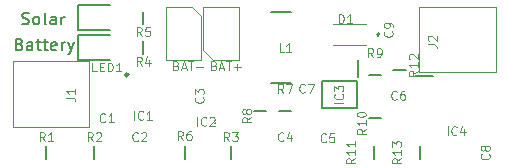
<source format=gbr>
%TF.GenerationSoftware,KiCad,Pcbnew,(5.1.12-1-g0a0a2da680)-1*%
%TF.CreationDate,2021-11-30T19:19:06+01:00*%
%TF.ProjectId,SolarCharger,536f6c61-7243-4686-9172-6765722e6b69,rev?*%
%TF.SameCoordinates,Original*%
%TF.FileFunction,Legend,Top*%
%TF.FilePolarity,Positive*%
%FSLAX46Y46*%
G04 Gerber Fmt 4.6, Leading zero omitted, Abs format (unit mm)*
G04 Created by KiCad (PCBNEW (5.1.12-1-g0a0a2da680)-1) date 2021-11-30 19:19:06*
%MOMM*%
%LPD*%
G01*
G04 APERTURE LIST*
%ADD10C,0.125000*%
%ADD11C,0.150000*%
%ADD12C,0.200000*%
%ADD13C,0.100000*%
%ADD14C,0.250000*%
%ADD15C,0.120000*%
G04 APERTURE END LIST*
D10*
X93082142Y-46346428D02*
X93189285Y-46382142D01*
X93225000Y-46417857D01*
X93260714Y-46489285D01*
X93260714Y-46596428D01*
X93225000Y-46667857D01*
X93189285Y-46703571D01*
X93117857Y-46739285D01*
X92832142Y-46739285D01*
X92832142Y-45989285D01*
X93082142Y-45989285D01*
X93153571Y-46025000D01*
X93189285Y-46060714D01*
X93225000Y-46132142D01*
X93225000Y-46203571D01*
X93189285Y-46275000D01*
X93153571Y-46310714D01*
X93082142Y-46346428D01*
X92832142Y-46346428D01*
X93546428Y-46525000D02*
X93903571Y-46525000D01*
X93475000Y-46739285D02*
X93725000Y-45989285D01*
X93975000Y-46739285D01*
X94117857Y-45989285D02*
X94546428Y-45989285D01*
X94332142Y-46739285D02*
X94332142Y-45989285D01*
X94796428Y-46453571D02*
X95367857Y-46453571D01*
X96282142Y-46346428D02*
X96389285Y-46382142D01*
X96425000Y-46417857D01*
X96460714Y-46489285D01*
X96460714Y-46596428D01*
X96425000Y-46667857D01*
X96389285Y-46703571D01*
X96317857Y-46739285D01*
X96032142Y-46739285D01*
X96032142Y-45989285D01*
X96282142Y-45989285D01*
X96353571Y-46025000D01*
X96389285Y-46060714D01*
X96425000Y-46132142D01*
X96425000Y-46203571D01*
X96389285Y-46275000D01*
X96353571Y-46310714D01*
X96282142Y-46346428D01*
X96032142Y-46346428D01*
X96746428Y-46525000D02*
X97103571Y-46525000D01*
X96675000Y-46739285D02*
X96925000Y-45989285D01*
X97175000Y-46739285D01*
X97317857Y-45989285D02*
X97746428Y-45989285D01*
X97532142Y-46739285D02*
X97532142Y-45989285D01*
X97996428Y-46453571D02*
X98567857Y-46453571D01*
X98282142Y-46739285D02*
X98282142Y-46167857D01*
D11*
X80038095Y-42804761D02*
X80180952Y-42852380D01*
X80419047Y-42852380D01*
X80514285Y-42804761D01*
X80561904Y-42757142D01*
X80609523Y-42661904D01*
X80609523Y-42566666D01*
X80561904Y-42471428D01*
X80514285Y-42423809D01*
X80419047Y-42376190D01*
X80228571Y-42328571D01*
X80133333Y-42280952D01*
X80085714Y-42233333D01*
X80038095Y-42138095D01*
X80038095Y-42042857D01*
X80085714Y-41947619D01*
X80133333Y-41900000D01*
X80228571Y-41852380D01*
X80466666Y-41852380D01*
X80609523Y-41900000D01*
X81180952Y-42852380D02*
X81085714Y-42804761D01*
X81038095Y-42757142D01*
X80990476Y-42661904D01*
X80990476Y-42376190D01*
X81038095Y-42280952D01*
X81085714Y-42233333D01*
X81180952Y-42185714D01*
X81323809Y-42185714D01*
X81419047Y-42233333D01*
X81466666Y-42280952D01*
X81514285Y-42376190D01*
X81514285Y-42661904D01*
X81466666Y-42757142D01*
X81419047Y-42804761D01*
X81323809Y-42852380D01*
X81180952Y-42852380D01*
X82085714Y-42852380D02*
X81990476Y-42804761D01*
X81942857Y-42709523D01*
X81942857Y-41852380D01*
X82895238Y-42852380D02*
X82895238Y-42328571D01*
X82847619Y-42233333D01*
X82752380Y-42185714D01*
X82561904Y-42185714D01*
X82466666Y-42233333D01*
X82895238Y-42804761D02*
X82800000Y-42852380D01*
X82561904Y-42852380D01*
X82466666Y-42804761D01*
X82419047Y-42709523D01*
X82419047Y-42614285D01*
X82466666Y-42519047D01*
X82561904Y-42471428D01*
X82800000Y-42471428D01*
X82895238Y-42423809D01*
X83371428Y-42852380D02*
X83371428Y-42185714D01*
X83371428Y-42376190D02*
X83419047Y-42280952D01*
X83466666Y-42233333D01*
X83561904Y-42185714D01*
X83657142Y-42185714D01*
X79828571Y-44528571D02*
X79971428Y-44576190D01*
X80019047Y-44623809D01*
X80066666Y-44719047D01*
X80066666Y-44861904D01*
X80019047Y-44957142D01*
X79971428Y-45004761D01*
X79876190Y-45052380D01*
X79495238Y-45052380D01*
X79495238Y-44052380D01*
X79828571Y-44052380D01*
X79923809Y-44100000D01*
X79971428Y-44147619D01*
X80019047Y-44242857D01*
X80019047Y-44338095D01*
X79971428Y-44433333D01*
X79923809Y-44480952D01*
X79828571Y-44528571D01*
X79495238Y-44528571D01*
X80923809Y-45052380D02*
X80923809Y-44528571D01*
X80876190Y-44433333D01*
X80780952Y-44385714D01*
X80590476Y-44385714D01*
X80495238Y-44433333D01*
X80923809Y-45004761D02*
X80828571Y-45052380D01*
X80590476Y-45052380D01*
X80495238Y-45004761D01*
X80447619Y-44909523D01*
X80447619Y-44814285D01*
X80495238Y-44719047D01*
X80590476Y-44671428D01*
X80828571Y-44671428D01*
X80923809Y-44623809D01*
X81257142Y-44385714D02*
X81638095Y-44385714D01*
X81400000Y-44052380D02*
X81400000Y-44909523D01*
X81447619Y-45004761D01*
X81542857Y-45052380D01*
X81638095Y-45052380D01*
X81828571Y-44385714D02*
X82209523Y-44385714D01*
X81971428Y-44052380D02*
X81971428Y-44909523D01*
X82019047Y-45004761D01*
X82114285Y-45052380D01*
X82209523Y-45052380D01*
X82923809Y-45004761D02*
X82828571Y-45052380D01*
X82638095Y-45052380D01*
X82542857Y-45004761D01*
X82495238Y-44909523D01*
X82495238Y-44528571D01*
X82542857Y-44433333D01*
X82638095Y-44385714D01*
X82828571Y-44385714D01*
X82923809Y-44433333D01*
X82971428Y-44528571D01*
X82971428Y-44623809D01*
X82495238Y-44719047D01*
X83400000Y-45052380D02*
X83400000Y-44385714D01*
X83400000Y-44576190D02*
X83447619Y-44480952D01*
X83495238Y-44433333D01*
X83590476Y-44385714D01*
X83685714Y-44385714D01*
X83923809Y-44385714D02*
X84161904Y-45052380D01*
X84400000Y-44385714D02*
X84161904Y-45052380D01*
X84066666Y-45290476D01*
X84019047Y-45338095D01*
X83923809Y-45385714D01*
D12*
%TO.C,R13*%
X113700000Y-54225000D02*
X113700000Y-53175000D01*
%TO.C,R12*%
X112525000Y-46700000D02*
X111475000Y-46700000D01*
%TO.C,R11*%
X109800000Y-53175000D02*
X109800000Y-54225000D01*
%TO.C,R10*%
X109375000Y-50800000D02*
X110425000Y-50800000D01*
%TO.C,R9*%
X110425000Y-47150000D02*
X109375000Y-47150000D01*
%TO.C,R8*%
X100725000Y-50150000D02*
X99675000Y-50150000D01*
%TO.C,R7*%
X102825000Y-50150000D02*
X101775000Y-50150000D01*
%TO.C,R6*%
X93800000Y-54225000D02*
X93800000Y-53175000D01*
%TO.C,R5*%
X90300000Y-42825000D02*
X90300000Y-41775000D01*
%TO.C,R4*%
X90300000Y-45325000D02*
X90300000Y-44275000D01*
%TO.C,R3*%
X97700000Y-54225000D02*
X97700000Y-53175000D01*
%TO.C,R2*%
X86160000Y-53175000D02*
X86160000Y-54225000D01*
%TO.C,R1*%
X82100000Y-53175000D02*
X82100000Y-54225000D01*
%TO.C,LED2*%
X84800000Y-43350000D02*
X87500000Y-43350000D01*
X84800000Y-41250000D02*
X84800000Y-43350000D01*
X87500000Y-41250000D02*
X84800000Y-41250000D01*
%TO.C,LED1*%
X84800000Y-45850000D02*
X87500000Y-45850000D01*
X84800000Y-43750000D02*
X84800000Y-45850000D01*
X87500000Y-43750000D02*
X84800000Y-43750000D01*
%TO.C,L1*%
X102850000Y-41800000D02*
X101150000Y-41800000D01*
X102850000Y-47800000D02*
X101150000Y-47800000D01*
D13*
%TO.C,J2*%
X120150000Y-46900000D02*
X113650000Y-46900000D01*
X120150000Y-41360000D02*
X120150000Y-46900000D01*
X113650000Y-41360000D02*
X120150000Y-41360000D01*
X113650000Y-46900000D02*
X113650000Y-41360000D01*
%TO.C,J1*%
X79250000Y-45960000D02*
X85750000Y-45960000D01*
X79250000Y-51500000D02*
X79250000Y-45960000D01*
X85750000Y-51500000D02*
X79250000Y-51500000D01*
X85750000Y-45960000D02*
X85750000Y-51500000D01*
D12*
%TO.C,IC4*%
X113325000Y-47220000D02*
X114850000Y-47220000D01*
%TO.C,IC3*%
X108450000Y-45900000D02*
X108450000Y-47300000D01*
X105400000Y-47650000D02*
X108400000Y-47650000D01*
X105400000Y-49950000D02*
X105400000Y-47650000D01*
X108400000Y-49950000D02*
X105400000Y-49950000D01*
X108400000Y-47650000D02*
X108400000Y-49950000D01*
D13*
%TO.C,IC2*%
X96350000Y-51230000D02*
X96350000Y-51230000D01*
X96350000Y-51130000D02*
X96350000Y-51130000D01*
X96350000Y-51130000D02*
G75*
G02*
X96350000Y-51230000I0J-50000D01*
G01*
X96350000Y-51230000D02*
G75*
G02*
X96350000Y-51130000I0J50000D01*
G01*
D14*
%TO.C,IC1*%
X89025000Y-47117500D02*
G75*
G03*
X89025000Y-47117500I-125000J0D01*
G01*
D15*
%TO.C,H2*%
X92200000Y-41350000D02*
X94400000Y-41350000D01*
X92200000Y-45850000D02*
X92200000Y-41350000D01*
X95200000Y-45850000D02*
X92200000Y-45850000D01*
X95200000Y-42150000D02*
X95200000Y-45850000D01*
X94400000Y-41350000D02*
X95200000Y-42150000D01*
%TO.C,H1*%
X98400000Y-45850000D02*
X96200000Y-45850000D01*
X98400000Y-41350000D02*
X98400000Y-45850000D01*
X95400000Y-41350000D02*
X98400000Y-41350000D01*
X95400000Y-45050000D02*
X95400000Y-41350000D01*
X96200000Y-45850000D02*
X95400000Y-45050000D01*
D12*
%TO.C,D1*%
X110200000Y-43600000D02*
X110200000Y-43600000D01*
X110200000Y-43800000D02*
X110200000Y-43800000D01*
D13*
X109200000Y-42800000D02*
X106400000Y-42800000D01*
X109200000Y-44600000D02*
X106400000Y-44600000D01*
D12*
X110200000Y-43800000D02*
G75*
G03*
X110200000Y-43600000I0J100000D01*
G01*
X110200000Y-43600000D02*
G75*
G03*
X110200000Y-43800000I0J-100000D01*
G01*
%TO.C,R13*%
D10*
X112139285Y-54182142D02*
X111782142Y-54432142D01*
X112139285Y-54610714D02*
X111389285Y-54610714D01*
X111389285Y-54325000D01*
X111425000Y-54253571D01*
X111460714Y-54217857D01*
X111532142Y-54182142D01*
X111639285Y-54182142D01*
X111710714Y-54217857D01*
X111746428Y-54253571D01*
X111782142Y-54325000D01*
X111782142Y-54610714D01*
X112139285Y-53467857D02*
X112139285Y-53896428D01*
X112139285Y-53682142D02*
X111389285Y-53682142D01*
X111496428Y-53753571D01*
X111567857Y-53825000D01*
X111603571Y-53896428D01*
X111389285Y-53217857D02*
X111389285Y-52753571D01*
X111675000Y-53003571D01*
X111675000Y-52896428D01*
X111710714Y-52825000D01*
X111746428Y-52789285D01*
X111817857Y-52753571D01*
X111996428Y-52753571D01*
X112067857Y-52789285D01*
X112103571Y-52825000D01*
X112139285Y-52896428D01*
X112139285Y-53110714D01*
X112103571Y-53182142D01*
X112067857Y-53217857D01*
%TO.C,R12*%
X113539285Y-46782142D02*
X113182142Y-47032142D01*
X113539285Y-47210714D02*
X112789285Y-47210714D01*
X112789285Y-46925000D01*
X112825000Y-46853571D01*
X112860714Y-46817857D01*
X112932142Y-46782142D01*
X113039285Y-46782142D01*
X113110714Y-46817857D01*
X113146428Y-46853571D01*
X113182142Y-46925000D01*
X113182142Y-47210714D01*
X113539285Y-46067857D02*
X113539285Y-46496428D01*
X113539285Y-46282142D02*
X112789285Y-46282142D01*
X112896428Y-46353571D01*
X112967857Y-46425000D01*
X113003571Y-46496428D01*
X112860714Y-45782142D02*
X112825000Y-45746428D01*
X112789285Y-45675000D01*
X112789285Y-45496428D01*
X112825000Y-45425000D01*
X112860714Y-45389285D01*
X112932142Y-45353571D01*
X113003571Y-45353571D01*
X113110714Y-45389285D01*
X113539285Y-45817857D01*
X113539285Y-45353571D01*
%TO.C,R11*%
X108239285Y-54182142D02*
X107882142Y-54432142D01*
X108239285Y-54610714D02*
X107489285Y-54610714D01*
X107489285Y-54325000D01*
X107525000Y-54253571D01*
X107560714Y-54217857D01*
X107632142Y-54182142D01*
X107739285Y-54182142D01*
X107810714Y-54217857D01*
X107846428Y-54253571D01*
X107882142Y-54325000D01*
X107882142Y-54610714D01*
X108239285Y-53467857D02*
X108239285Y-53896428D01*
X108239285Y-53682142D02*
X107489285Y-53682142D01*
X107596428Y-53753571D01*
X107667857Y-53825000D01*
X107703571Y-53896428D01*
X108239285Y-52753571D02*
X108239285Y-53182142D01*
X108239285Y-52967857D02*
X107489285Y-52967857D01*
X107596428Y-53039285D01*
X107667857Y-53110714D01*
X107703571Y-53182142D01*
%TO.C,R10*%
X109139285Y-51682142D02*
X108782142Y-51932142D01*
X109139285Y-52110714D02*
X108389285Y-52110714D01*
X108389285Y-51825000D01*
X108425000Y-51753571D01*
X108460714Y-51717857D01*
X108532142Y-51682142D01*
X108639285Y-51682142D01*
X108710714Y-51717857D01*
X108746428Y-51753571D01*
X108782142Y-51825000D01*
X108782142Y-52110714D01*
X109139285Y-50967857D02*
X109139285Y-51396428D01*
X109139285Y-51182142D02*
X108389285Y-51182142D01*
X108496428Y-51253571D01*
X108567857Y-51325000D01*
X108603571Y-51396428D01*
X108389285Y-50503571D02*
X108389285Y-50432142D01*
X108425000Y-50360714D01*
X108460714Y-50325000D01*
X108532142Y-50289285D01*
X108675000Y-50253571D01*
X108853571Y-50253571D01*
X108996428Y-50289285D01*
X109067857Y-50325000D01*
X109103571Y-50360714D01*
X109139285Y-50432142D01*
X109139285Y-50503571D01*
X109103571Y-50575000D01*
X109067857Y-50610714D01*
X108996428Y-50646428D01*
X108853571Y-50682142D01*
X108675000Y-50682142D01*
X108532142Y-50646428D01*
X108460714Y-50610714D01*
X108425000Y-50575000D01*
X108389285Y-50503571D01*
%TO.C,R9*%
X109775000Y-45639285D02*
X109525000Y-45282142D01*
X109346428Y-45639285D02*
X109346428Y-44889285D01*
X109632142Y-44889285D01*
X109703571Y-44925000D01*
X109739285Y-44960714D01*
X109775000Y-45032142D01*
X109775000Y-45139285D01*
X109739285Y-45210714D01*
X109703571Y-45246428D01*
X109632142Y-45282142D01*
X109346428Y-45282142D01*
X110132142Y-45639285D02*
X110275000Y-45639285D01*
X110346428Y-45603571D01*
X110382142Y-45567857D01*
X110453571Y-45460714D01*
X110489285Y-45317857D01*
X110489285Y-45032142D01*
X110453571Y-44960714D01*
X110417857Y-44925000D01*
X110346428Y-44889285D01*
X110203571Y-44889285D01*
X110132142Y-44925000D01*
X110096428Y-44960714D01*
X110060714Y-45032142D01*
X110060714Y-45210714D01*
X110096428Y-45282142D01*
X110132142Y-45317857D01*
X110203571Y-45353571D01*
X110346428Y-45353571D01*
X110417857Y-45317857D01*
X110453571Y-45282142D01*
X110489285Y-45210714D01*
%TO.C,R8*%
X99439285Y-50725000D02*
X99082142Y-50975000D01*
X99439285Y-51153571D02*
X98689285Y-51153571D01*
X98689285Y-50867857D01*
X98725000Y-50796428D01*
X98760714Y-50760714D01*
X98832142Y-50725000D01*
X98939285Y-50725000D01*
X99010714Y-50760714D01*
X99046428Y-50796428D01*
X99082142Y-50867857D01*
X99082142Y-51153571D01*
X99010714Y-50296428D02*
X98975000Y-50367857D01*
X98939285Y-50403571D01*
X98867857Y-50439285D01*
X98832142Y-50439285D01*
X98760714Y-50403571D01*
X98725000Y-50367857D01*
X98689285Y-50296428D01*
X98689285Y-50153571D01*
X98725000Y-50082142D01*
X98760714Y-50046428D01*
X98832142Y-50010714D01*
X98867857Y-50010714D01*
X98939285Y-50046428D01*
X98975000Y-50082142D01*
X99010714Y-50153571D01*
X99010714Y-50296428D01*
X99046428Y-50367857D01*
X99082142Y-50403571D01*
X99153571Y-50439285D01*
X99296428Y-50439285D01*
X99367857Y-50403571D01*
X99403571Y-50367857D01*
X99439285Y-50296428D01*
X99439285Y-50153571D01*
X99403571Y-50082142D01*
X99367857Y-50046428D01*
X99296428Y-50010714D01*
X99153571Y-50010714D01*
X99082142Y-50046428D01*
X99046428Y-50082142D01*
X99010714Y-50153571D01*
%TO.C,R7*%
X102175000Y-48639285D02*
X101925000Y-48282142D01*
X101746428Y-48639285D02*
X101746428Y-47889285D01*
X102032142Y-47889285D01*
X102103571Y-47925000D01*
X102139285Y-47960714D01*
X102175000Y-48032142D01*
X102175000Y-48139285D01*
X102139285Y-48210714D01*
X102103571Y-48246428D01*
X102032142Y-48282142D01*
X101746428Y-48282142D01*
X102425000Y-47889285D02*
X102925000Y-47889285D01*
X102603571Y-48639285D01*
%TO.C,R6*%
X93675000Y-52639285D02*
X93425000Y-52282142D01*
X93246428Y-52639285D02*
X93246428Y-51889285D01*
X93532142Y-51889285D01*
X93603571Y-51925000D01*
X93639285Y-51960714D01*
X93675000Y-52032142D01*
X93675000Y-52139285D01*
X93639285Y-52210714D01*
X93603571Y-52246428D01*
X93532142Y-52282142D01*
X93246428Y-52282142D01*
X94317857Y-51889285D02*
X94175000Y-51889285D01*
X94103571Y-51925000D01*
X94067857Y-51960714D01*
X93996428Y-52067857D01*
X93960714Y-52210714D01*
X93960714Y-52496428D01*
X93996428Y-52567857D01*
X94032142Y-52603571D01*
X94103571Y-52639285D01*
X94246428Y-52639285D01*
X94317857Y-52603571D01*
X94353571Y-52567857D01*
X94389285Y-52496428D01*
X94389285Y-52317857D01*
X94353571Y-52246428D01*
X94317857Y-52210714D01*
X94246428Y-52175000D01*
X94103571Y-52175000D01*
X94032142Y-52210714D01*
X93996428Y-52246428D01*
X93960714Y-52317857D01*
%TO.C,R5*%
X90175000Y-43839285D02*
X89925000Y-43482142D01*
X89746428Y-43839285D02*
X89746428Y-43089285D01*
X90032142Y-43089285D01*
X90103571Y-43125000D01*
X90139285Y-43160714D01*
X90175000Y-43232142D01*
X90175000Y-43339285D01*
X90139285Y-43410714D01*
X90103571Y-43446428D01*
X90032142Y-43482142D01*
X89746428Y-43482142D01*
X90853571Y-43089285D02*
X90496428Y-43089285D01*
X90460714Y-43446428D01*
X90496428Y-43410714D01*
X90567857Y-43375000D01*
X90746428Y-43375000D01*
X90817857Y-43410714D01*
X90853571Y-43446428D01*
X90889285Y-43517857D01*
X90889285Y-43696428D01*
X90853571Y-43767857D01*
X90817857Y-43803571D01*
X90746428Y-43839285D01*
X90567857Y-43839285D01*
X90496428Y-43803571D01*
X90460714Y-43767857D01*
%TO.C,R4*%
X90175000Y-46339285D02*
X89925000Y-45982142D01*
X89746428Y-46339285D02*
X89746428Y-45589285D01*
X90032142Y-45589285D01*
X90103571Y-45625000D01*
X90139285Y-45660714D01*
X90175000Y-45732142D01*
X90175000Y-45839285D01*
X90139285Y-45910714D01*
X90103571Y-45946428D01*
X90032142Y-45982142D01*
X89746428Y-45982142D01*
X90817857Y-45839285D02*
X90817857Y-46339285D01*
X90639285Y-45553571D02*
X90460714Y-46089285D01*
X90925000Y-46089285D01*
%TO.C,R3*%
X97575000Y-52739285D02*
X97325000Y-52382142D01*
X97146428Y-52739285D02*
X97146428Y-51989285D01*
X97432142Y-51989285D01*
X97503571Y-52025000D01*
X97539285Y-52060714D01*
X97575000Y-52132142D01*
X97575000Y-52239285D01*
X97539285Y-52310714D01*
X97503571Y-52346428D01*
X97432142Y-52382142D01*
X97146428Y-52382142D01*
X97825000Y-51989285D02*
X98289285Y-51989285D01*
X98039285Y-52275000D01*
X98146428Y-52275000D01*
X98217857Y-52310714D01*
X98253571Y-52346428D01*
X98289285Y-52417857D01*
X98289285Y-52596428D01*
X98253571Y-52667857D01*
X98217857Y-52703571D01*
X98146428Y-52739285D01*
X97932142Y-52739285D01*
X97860714Y-52703571D01*
X97825000Y-52667857D01*
%TO.C,R2*%
X86035000Y-52739285D02*
X85785000Y-52382142D01*
X85606428Y-52739285D02*
X85606428Y-51989285D01*
X85892142Y-51989285D01*
X85963571Y-52025000D01*
X85999285Y-52060714D01*
X86035000Y-52132142D01*
X86035000Y-52239285D01*
X85999285Y-52310714D01*
X85963571Y-52346428D01*
X85892142Y-52382142D01*
X85606428Y-52382142D01*
X86320714Y-52060714D02*
X86356428Y-52025000D01*
X86427857Y-51989285D01*
X86606428Y-51989285D01*
X86677857Y-52025000D01*
X86713571Y-52060714D01*
X86749285Y-52132142D01*
X86749285Y-52203571D01*
X86713571Y-52310714D01*
X86285000Y-52739285D01*
X86749285Y-52739285D01*
%TO.C,R1*%
X81975000Y-52739285D02*
X81725000Y-52382142D01*
X81546428Y-52739285D02*
X81546428Y-51989285D01*
X81832142Y-51989285D01*
X81903571Y-52025000D01*
X81939285Y-52060714D01*
X81975000Y-52132142D01*
X81975000Y-52239285D01*
X81939285Y-52310714D01*
X81903571Y-52346428D01*
X81832142Y-52382142D01*
X81546428Y-52382142D01*
X82689285Y-52739285D02*
X82260714Y-52739285D01*
X82475000Y-52739285D02*
X82475000Y-51989285D01*
X82403571Y-52096428D01*
X82332142Y-52167857D01*
X82260714Y-52203571D01*
%TO.C,LED1*%
X86360714Y-46839285D02*
X86003571Y-46839285D01*
X86003571Y-46089285D01*
X86610714Y-46446428D02*
X86860714Y-46446428D01*
X86967857Y-46839285D02*
X86610714Y-46839285D01*
X86610714Y-46089285D01*
X86967857Y-46089285D01*
X87289285Y-46839285D02*
X87289285Y-46089285D01*
X87467857Y-46089285D01*
X87575000Y-46125000D01*
X87646428Y-46196428D01*
X87682142Y-46267857D01*
X87717857Y-46410714D01*
X87717857Y-46517857D01*
X87682142Y-46660714D01*
X87646428Y-46732142D01*
X87575000Y-46803571D01*
X87467857Y-46839285D01*
X87289285Y-46839285D01*
X88432142Y-46839285D02*
X88003571Y-46839285D01*
X88217857Y-46839285D02*
X88217857Y-46089285D01*
X88146428Y-46196428D01*
X88075000Y-46267857D01*
X88003571Y-46303571D01*
%TO.C,L1*%
X102202000Y-45176285D02*
X101844857Y-45176285D01*
X101844857Y-44426285D01*
X102844857Y-45176285D02*
X102416285Y-45176285D01*
X102630571Y-45176285D02*
X102630571Y-44426285D01*
X102559142Y-44533428D01*
X102487714Y-44604857D01*
X102416285Y-44640571D01*
%TO.C,J2*%
X114389285Y-44550000D02*
X114925000Y-44550000D01*
X115032142Y-44585714D01*
X115103571Y-44657142D01*
X115139285Y-44764285D01*
X115139285Y-44835714D01*
X114460714Y-44228571D02*
X114425000Y-44192857D01*
X114389285Y-44121428D01*
X114389285Y-43942857D01*
X114425000Y-43871428D01*
X114460714Y-43835714D01*
X114532142Y-43800000D01*
X114603571Y-43800000D01*
X114710714Y-43835714D01*
X115139285Y-44264285D01*
X115139285Y-43800000D01*
%TO.C,J1*%
X83789285Y-49050000D02*
X84325000Y-49050000D01*
X84432142Y-49085714D01*
X84503571Y-49157142D01*
X84539285Y-49264285D01*
X84539285Y-49335714D01*
X84539285Y-48300000D02*
X84539285Y-48728571D01*
X84539285Y-48514285D02*
X83789285Y-48514285D01*
X83896428Y-48585714D01*
X83967857Y-48657142D01*
X84003571Y-48728571D01*
%TO.C,IC4*%
X116067857Y-52239285D02*
X116067857Y-51489285D01*
X116853571Y-52167857D02*
X116817857Y-52203571D01*
X116710714Y-52239285D01*
X116639285Y-52239285D01*
X116532142Y-52203571D01*
X116460714Y-52132142D01*
X116425000Y-52060714D01*
X116389285Y-51917857D01*
X116389285Y-51810714D01*
X116425000Y-51667857D01*
X116460714Y-51596428D01*
X116532142Y-51525000D01*
X116639285Y-51489285D01*
X116710714Y-51489285D01*
X116817857Y-51525000D01*
X116853571Y-51560714D01*
X117496428Y-51739285D02*
X117496428Y-52239285D01*
X117317857Y-51453571D02*
X117139285Y-51989285D01*
X117603571Y-51989285D01*
%TO.C,IC3*%
X107239285Y-49532142D02*
X106489285Y-49532142D01*
X107167857Y-48746428D02*
X107203571Y-48782142D01*
X107239285Y-48889285D01*
X107239285Y-48960714D01*
X107203571Y-49067857D01*
X107132142Y-49139285D01*
X107060714Y-49175000D01*
X106917857Y-49210714D01*
X106810714Y-49210714D01*
X106667857Y-49175000D01*
X106596428Y-49139285D01*
X106525000Y-49067857D01*
X106489285Y-48960714D01*
X106489285Y-48889285D01*
X106525000Y-48782142D01*
X106560714Y-48746428D01*
X106489285Y-48496428D02*
X106489285Y-48032142D01*
X106775000Y-48282142D01*
X106775000Y-48175000D01*
X106810714Y-48103571D01*
X106846428Y-48067857D01*
X106917857Y-48032142D01*
X107096428Y-48032142D01*
X107167857Y-48067857D01*
X107203571Y-48103571D01*
X107239285Y-48175000D01*
X107239285Y-48389285D01*
X107203571Y-48460714D01*
X107167857Y-48496428D01*
%TO.C,IC2*%
X94867857Y-51439285D02*
X94867857Y-50689285D01*
X95653571Y-51367857D02*
X95617857Y-51403571D01*
X95510714Y-51439285D01*
X95439285Y-51439285D01*
X95332142Y-51403571D01*
X95260714Y-51332142D01*
X95225000Y-51260714D01*
X95189285Y-51117857D01*
X95189285Y-51010714D01*
X95225000Y-50867857D01*
X95260714Y-50796428D01*
X95332142Y-50725000D01*
X95439285Y-50689285D01*
X95510714Y-50689285D01*
X95617857Y-50725000D01*
X95653571Y-50760714D01*
X95939285Y-50760714D02*
X95975000Y-50725000D01*
X96046428Y-50689285D01*
X96225000Y-50689285D01*
X96296428Y-50725000D01*
X96332142Y-50760714D01*
X96367857Y-50832142D01*
X96367857Y-50903571D01*
X96332142Y-51010714D01*
X95903571Y-51439285D01*
X96367857Y-51439285D01*
%TO.C,IC1*%
X89517857Y-50939285D02*
X89517857Y-50189285D01*
X90303571Y-50867857D02*
X90267857Y-50903571D01*
X90160714Y-50939285D01*
X90089285Y-50939285D01*
X89982142Y-50903571D01*
X89910714Y-50832142D01*
X89875000Y-50760714D01*
X89839285Y-50617857D01*
X89839285Y-50510714D01*
X89875000Y-50367857D01*
X89910714Y-50296428D01*
X89982142Y-50225000D01*
X90089285Y-50189285D01*
X90160714Y-50189285D01*
X90267857Y-50225000D01*
X90303571Y-50260714D01*
X91017857Y-50939285D02*
X90589285Y-50939285D01*
X90803571Y-50939285D02*
X90803571Y-50189285D01*
X90732142Y-50296428D01*
X90660714Y-50367857D01*
X90589285Y-50403571D01*
%TO.C,D1*%
X106846428Y-42739285D02*
X106846428Y-41989285D01*
X107025000Y-41989285D01*
X107132142Y-42025000D01*
X107203571Y-42096428D01*
X107239285Y-42167857D01*
X107275000Y-42310714D01*
X107275000Y-42417857D01*
X107239285Y-42560714D01*
X107203571Y-42632142D01*
X107132142Y-42703571D01*
X107025000Y-42739285D01*
X106846428Y-42739285D01*
X107989285Y-42739285D02*
X107560714Y-42739285D01*
X107775000Y-42739285D02*
X107775000Y-41989285D01*
X107703571Y-42096428D01*
X107632142Y-42167857D01*
X107560714Y-42203571D01*
%TO.C,C9*%
X111367857Y-43425000D02*
X111403571Y-43460714D01*
X111439285Y-43567857D01*
X111439285Y-43639285D01*
X111403571Y-43746428D01*
X111332142Y-43817857D01*
X111260714Y-43853571D01*
X111117857Y-43889285D01*
X111010714Y-43889285D01*
X110867857Y-43853571D01*
X110796428Y-43817857D01*
X110725000Y-43746428D01*
X110689285Y-43639285D01*
X110689285Y-43567857D01*
X110725000Y-43460714D01*
X110760714Y-43425000D01*
X111439285Y-43067857D02*
X111439285Y-42925000D01*
X111403571Y-42853571D01*
X111367857Y-42817857D01*
X111260714Y-42746428D01*
X111117857Y-42710714D01*
X110832142Y-42710714D01*
X110760714Y-42746428D01*
X110725000Y-42782142D01*
X110689285Y-42853571D01*
X110689285Y-42996428D01*
X110725000Y-43067857D01*
X110760714Y-43103571D01*
X110832142Y-43139285D01*
X111010714Y-43139285D01*
X111082142Y-43103571D01*
X111117857Y-43067857D01*
X111153571Y-42996428D01*
X111153571Y-42853571D01*
X111117857Y-42782142D01*
X111082142Y-42746428D01*
X111010714Y-42710714D01*
%TO.C,C8*%
X119567857Y-53825000D02*
X119603571Y-53860714D01*
X119639285Y-53967857D01*
X119639285Y-54039285D01*
X119603571Y-54146428D01*
X119532142Y-54217857D01*
X119460714Y-54253571D01*
X119317857Y-54289285D01*
X119210714Y-54289285D01*
X119067857Y-54253571D01*
X118996428Y-54217857D01*
X118925000Y-54146428D01*
X118889285Y-54039285D01*
X118889285Y-53967857D01*
X118925000Y-53860714D01*
X118960714Y-53825000D01*
X119210714Y-53396428D02*
X119175000Y-53467857D01*
X119139285Y-53503571D01*
X119067857Y-53539285D01*
X119032142Y-53539285D01*
X118960714Y-53503571D01*
X118925000Y-53467857D01*
X118889285Y-53396428D01*
X118889285Y-53253571D01*
X118925000Y-53182142D01*
X118960714Y-53146428D01*
X119032142Y-53110714D01*
X119067857Y-53110714D01*
X119139285Y-53146428D01*
X119175000Y-53182142D01*
X119210714Y-53253571D01*
X119210714Y-53396428D01*
X119246428Y-53467857D01*
X119282142Y-53503571D01*
X119353571Y-53539285D01*
X119496428Y-53539285D01*
X119567857Y-53503571D01*
X119603571Y-53467857D01*
X119639285Y-53396428D01*
X119639285Y-53253571D01*
X119603571Y-53182142D01*
X119567857Y-53146428D01*
X119496428Y-53110714D01*
X119353571Y-53110714D01*
X119282142Y-53146428D01*
X119246428Y-53182142D01*
X119210714Y-53253571D01*
%TO.C,C7*%
X103975000Y-48567857D02*
X103939285Y-48603571D01*
X103832142Y-48639285D01*
X103760714Y-48639285D01*
X103653571Y-48603571D01*
X103582142Y-48532142D01*
X103546428Y-48460714D01*
X103510714Y-48317857D01*
X103510714Y-48210714D01*
X103546428Y-48067857D01*
X103582142Y-47996428D01*
X103653571Y-47925000D01*
X103760714Y-47889285D01*
X103832142Y-47889285D01*
X103939285Y-47925000D01*
X103975000Y-47960714D01*
X104225000Y-47889285D02*
X104725000Y-47889285D01*
X104403571Y-48639285D01*
%TO.C,C6*%
X111775000Y-49167857D02*
X111739285Y-49203571D01*
X111632142Y-49239285D01*
X111560714Y-49239285D01*
X111453571Y-49203571D01*
X111382142Y-49132142D01*
X111346428Y-49060714D01*
X111310714Y-48917857D01*
X111310714Y-48810714D01*
X111346428Y-48667857D01*
X111382142Y-48596428D01*
X111453571Y-48525000D01*
X111560714Y-48489285D01*
X111632142Y-48489285D01*
X111739285Y-48525000D01*
X111775000Y-48560714D01*
X112417857Y-48489285D02*
X112275000Y-48489285D01*
X112203571Y-48525000D01*
X112167857Y-48560714D01*
X112096428Y-48667857D01*
X112060714Y-48810714D01*
X112060714Y-49096428D01*
X112096428Y-49167857D01*
X112132142Y-49203571D01*
X112203571Y-49239285D01*
X112346428Y-49239285D01*
X112417857Y-49203571D01*
X112453571Y-49167857D01*
X112489285Y-49096428D01*
X112489285Y-48917857D01*
X112453571Y-48846428D01*
X112417857Y-48810714D01*
X112346428Y-48775000D01*
X112203571Y-48775000D01*
X112132142Y-48810714D01*
X112096428Y-48846428D01*
X112060714Y-48917857D01*
%TO.C,C5*%
X105775000Y-52767857D02*
X105739285Y-52803571D01*
X105632142Y-52839285D01*
X105560714Y-52839285D01*
X105453571Y-52803571D01*
X105382142Y-52732142D01*
X105346428Y-52660714D01*
X105310714Y-52517857D01*
X105310714Y-52410714D01*
X105346428Y-52267857D01*
X105382142Y-52196428D01*
X105453571Y-52125000D01*
X105560714Y-52089285D01*
X105632142Y-52089285D01*
X105739285Y-52125000D01*
X105775000Y-52160714D01*
X106453571Y-52089285D02*
X106096428Y-52089285D01*
X106060714Y-52446428D01*
X106096428Y-52410714D01*
X106167857Y-52375000D01*
X106346428Y-52375000D01*
X106417857Y-52410714D01*
X106453571Y-52446428D01*
X106489285Y-52517857D01*
X106489285Y-52696428D01*
X106453571Y-52767857D01*
X106417857Y-52803571D01*
X106346428Y-52839285D01*
X106167857Y-52839285D01*
X106096428Y-52803571D01*
X106060714Y-52767857D01*
%TO.C,C4*%
X102175000Y-52667857D02*
X102139285Y-52703571D01*
X102032142Y-52739285D01*
X101960714Y-52739285D01*
X101853571Y-52703571D01*
X101782142Y-52632142D01*
X101746428Y-52560714D01*
X101710714Y-52417857D01*
X101710714Y-52310714D01*
X101746428Y-52167857D01*
X101782142Y-52096428D01*
X101853571Y-52025000D01*
X101960714Y-51989285D01*
X102032142Y-51989285D01*
X102139285Y-52025000D01*
X102175000Y-52060714D01*
X102817857Y-52239285D02*
X102817857Y-52739285D01*
X102639285Y-51953571D02*
X102460714Y-52489285D01*
X102925000Y-52489285D01*
%TO.C,C3*%
X95367857Y-49025000D02*
X95403571Y-49060714D01*
X95439285Y-49167857D01*
X95439285Y-49239285D01*
X95403571Y-49346428D01*
X95332142Y-49417857D01*
X95260714Y-49453571D01*
X95117857Y-49489285D01*
X95010714Y-49489285D01*
X94867857Y-49453571D01*
X94796428Y-49417857D01*
X94725000Y-49346428D01*
X94689285Y-49239285D01*
X94689285Y-49167857D01*
X94725000Y-49060714D01*
X94760714Y-49025000D01*
X94689285Y-48775000D02*
X94689285Y-48310714D01*
X94975000Y-48560714D01*
X94975000Y-48453571D01*
X95010714Y-48382142D01*
X95046428Y-48346428D01*
X95117857Y-48310714D01*
X95296428Y-48310714D01*
X95367857Y-48346428D01*
X95403571Y-48382142D01*
X95439285Y-48453571D01*
X95439285Y-48667857D01*
X95403571Y-48739285D01*
X95367857Y-48775000D01*
%TO.C,C2*%
X89855000Y-52667857D02*
X89819285Y-52703571D01*
X89712142Y-52739285D01*
X89640714Y-52739285D01*
X89533571Y-52703571D01*
X89462142Y-52632142D01*
X89426428Y-52560714D01*
X89390714Y-52417857D01*
X89390714Y-52310714D01*
X89426428Y-52167857D01*
X89462142Y-52096428D01*
X89533571Y-52025000D01*
X89640714Y-51989285D01*
X89712142Y-51989285D01*
X89819285Y-52025000D01*
X89855000Y-52060714D01*
X90140714Y-52060714D02*
X90176428Y-52025000D01*
X90247857Y-51989285D01*
X90426428Y-51989285D01*
X90497857Y-52025000D01*
X90533571Y-52060714D01*
X90569285Y-52132142D01*
X90569285Y-52203571D01*
X90533571Y-52310714D01*
X90105000Y-52739285D01*
X90569285Y-52739285D01*
%TO.C,C1*%
X87075000Y-51067857D02*
X87039285Y-51103571D01*
X86932142Y-51139285D01*
X86860714Y-51139285D01*
X86753571Y-51103571D01*
X86682142Y-51032142D01*
X86646428Y-50960714D01*
X86610714Y-50817857D01*
X86610714Y-50710714D01*
X86646428Y-50567857D01*
X86682142Y-50496428D01*
X86753571Y-50425000D01*
X86860714Y-50389285D01*
X86932142Y-50389285D01*
X87039285Y-50425000D01*
X87075000Y-50460714D01*
X87789285Y-51139285D02*
X87360714Y-51139285D01*
X87575000Y-51139285D02*
X87575000Y-50389285D01*
X87503571Y-50496428D01*
X87432142Y-50567857D01*
X87360714Y-50603571D01*
%TD*%
M02*

</source>
